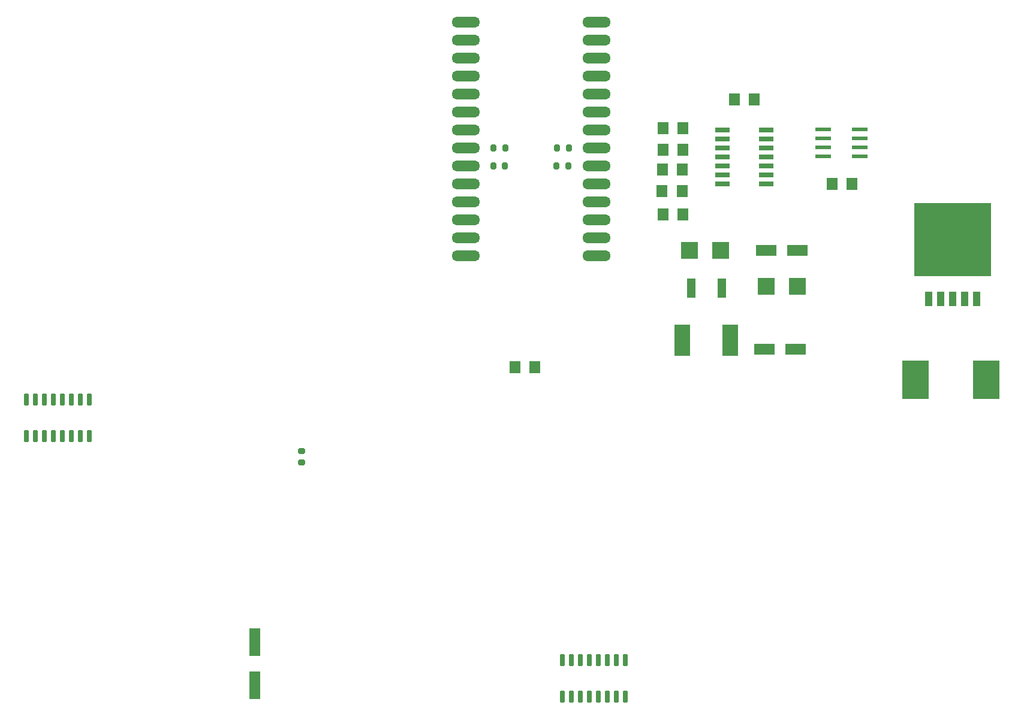
<source format=gtp>
G04 #@! TF.GenerationSoftware,KiCad,Pcbnew,7.0.10*
G04 #@! TF.CreationDate,2024-01-22T16:50:30+01:00*
G04 #@! TF.ProjectId,GP1294-Teens4,47503132-3934-42d5-9465-656e73342e6b,1.0.0*
G04 #@! TF.SameCoordinates,Original*
G04 #@! TF.FileFunction,Paste,Top*
G04 #@! TF.FilePolarity,Positive*
%FSLAX46Y46*%
G04 Gerber Fmt 4.6, Leading zero omitted, Abs format (unit mm)*
G04 Created by KiCad (PCBNEW 7.0.10) date 2024-01-22 16:50:30*
%MOMM*%
%LPD*%
G01*
G04 APERTURE LIST*
G04 Aperture macros list*
%AMRoundRect*
0 Rectangle with rounded corners*
0 $1 Rounding radius*
0 $2 $3 $4 $5 $6 $7 $8 $9 X,Y pos of 4 corners*
0 Add a 4 corners polygon primitive as box body*
4,1,4,$2,$3,$4,$5,$6,$7,$8,$9,$2,$3,0*
0 Add four circle primitives for the rounded corners*
1,1,$1+$1,$2,$3*
1,1,$1+$1,$4,$5*
1,1,$1+$1,$6,$7*
1,1,$1+$1,$8,$9*
0 Add four rect primitives between the rounded corners*
20,1,$1+$1,$2,$3,$4,$5,0*
20,1,$1+$1,$4,$5,$6,$7,0*
20,1,$1+$1,$6,$7,$8,$9,0*
20,1,$1+$1,$8,$9,$2,$3,0*%
G04 Aperture macros list end*
%ADD10RoundRect,0.200000X0.275000X-0.200000X0.275000X0.200000X-0.275000X0.200000X-0.275000X-0.200000X0*%
%ADD11R,1.600000X1.803000*%
%ADD12R,1.066800X2.159000*%
%ADD13R,10.800000X10.410000*%
%ADD14R,3.850000X5.500000*%
%ADD15R,3.000000X1.600000*%
%ADD16RoundRect,0.200000X-0.200000X-0.275000X0.200000X-0.275000X0.200000X0.275000X-0.200000X0.275000X0*%
%ADD17RoundRect,0.200000X0.200000X0.275000X-0.200000X0.275000X-0.200000X-0.275000X0.200000X-0.275000X0*%
%ADD18R,1.600000X1.800000*%
%ADD19RoundRect,0.150000X-0.150000X0.725000X-0.150000X-0.725000X0.150000X-0.725000X0.150000X0.725000X0*%
%ADD20R,2.400000X2.400000*%
%ADD21R,1.600000X4.000000*%
%ADD22R,1.200000X2.700000*%
%ADD23O,4.000000X1.500000*%
%ADD24R,2.032000X0.660400*%
%ADD25RoundRect,0.150000X0.150000X-0.725000X0.150000X0.725000X-0.150000X0.725000X-0.150000X-0.725000X0*%
%ADD26R,2.200000X0.600000*%
%ADD27R,2.250000X4.500000*%
G04 APERTURE END LIST*
D10*
X139192000Y-113538000D03*
X139192000Y-111888000D03*
D11*
X193040000Y-78486000D03*
X190196000Y-78486000D03*
D12*
X227736400Y-90373200D03*
X229438200Y-90373200D03*
X231140000Y-90373200D03*
X232841800Y-90373200D03*
X234543600Y-90373200D03*
D13*
X231140000Y-82042000D03*
D14*
X235861000Y-101854000D03*
X225911000Y-101854000D03*
D15*
X204810000Y-83566000D03*
X209210000Y-83566000D03*
D16*
X166244000Y-71628000D03*
X167894000Y-71628000D03*
D11*
X193040000Y-69342000D03*
X190196000Y-69342000D03*
D17*
X176910000Y-69088000D03*
X175260000Y-69088000D03*
D11*
X190094000Y-75184000D03*
X192938000Y-75184000D03*
D16*
X166307000Y-69088000D03*
X167957000Y-69088000D03*
D11*
X214072000Y-74168000D03*
X216916000Y-74168000D03*
D18*
X192916000Y-72136000D03*
X190116000Y-72136000D03*
D19*
X109220000Y-104648000D03*
X107950000Y-104648000D03*
X106680000Y-104648000D03*
X105410000Y-104648000D03*
X104140000Y-104648000D03*
X102870000Y-104648000D03*
X101600000Y-104648000D03*
X100330000Y-104648000D03*
X100330000Y-109798000D03*
X101600000Y-109798000D03*
X102870000Y-109798000D03*
X104140000Y-109798000D03*
X105410000Y-109798000D03*
X106680000Y-109798000D03*
X107950000Y-109798000D03*
X109220000Y-109798000D03*
D20*
X209210000Y-88646000D03*
X204810000Y-88646000D03*
D15*
X204556000Y-97536000D03*
X208956000Y-97536000D03*
D18*
X203076000Y-62230000D03*
X200276000Y-62230000D03*
X169288000Y-100076000D03*
X172088000Y-100076000D03*
D21*
X132588000Y-145036000D03*
X132588000Y-138936000D03*
D22*
X194192000Y-88900000D03*
X198492000Y-88900000D03*
D23*
X162348000Y-51328000D03*
X162348000Y-53868000D03*
X162348000Y-56408000D03*
X162348000Y-58948000D03*
X162348000Y-61488000D03*
X162348000Y-64028000D03*
X162348000Y-66568000D03*
X162348000Y-69108000D03*
X162348000Y-71648000D03*
X162348000Y-74188000D03*
X162348000Y-76728000D03*
X162348000Y-79268000D03*
X162348000Y-81808000D03*
X162348000Y-84348000D03*
X180848000Y-84328000D03*
X180848000Y-81788000D03*
X180848000Y-79248000D03*
X180848000Y-76708000D03*
X180848000Y-74168000D03*
X180848000Y-71628000D03*
X180848000Y-69088000D03*
X180848000Y-66548000D03*
X180848000Y-64008000D03*
X180848000Y-61468000D03*
X180848000Y-58928000D03*
X180848000Y-56388000D03*
X180848000Y-53848000D03*
X180848000Y-51308000D03*
D24*
X198602600Y-66548000D03*
X198602600Y-67818000D03*
X198602600Y-69088000D03*
X198602600Y-70358000D03*
X198602600Y-71628000D03*
X198602600Y-72898000D03*
X198602600Y-74168000D03*
X204749400Y-74168000D03*
X204749400Y-72898000D03*
X204749400Y-71628000D03*
X204749400Y-70358000D03*
X204749400Y-69088000D03*
X204749400Y-67818000D03*
X204749400Y-66548000D03*
D25*
X176022000Y-146628000D03*
X177292000Y-146628000D03*
X178562000Y-146628000D03*
X179832000Y-146628000D03*
X181102000Y-146628000D03*
X182372000Y-146628000D03*
X183642000Y-146628000D03*
X184912000Y-146628000D03*
X184912000Y-141478000D03*
X183642000Y-141478000D03*
X182372000Y-141478000D03*
X181102000Y-141478000D03*
X179832000Y-141478000D03*
X178562000Y-141478000D03*
X177292000Y-141478000D03*
X176022000Y-141478000D03*
D26*
X212792000Y-66421000D03*
X212792000Y-67691000D03*
X212792000Y-68961000D03*
X212792000Y-70231000D03*
X217992000Y-70231000D03*
X217992000Y-68961000D03*
X217992000Y-67691000D03*
X217992000Y-66421000D03*
D27*
X192959000Y-96266000D03*
X199725000Y-96266000D03*
D20*
X198374000Y-83566000D03*
X193974000Y-83566000D03*
D18*
X193040000Y-66294000D03*
X190240000Y-66294000D03*
D17*
X176847000Y-71628000D03*
X175197000Y-71628000D03*
M02*

</source>
